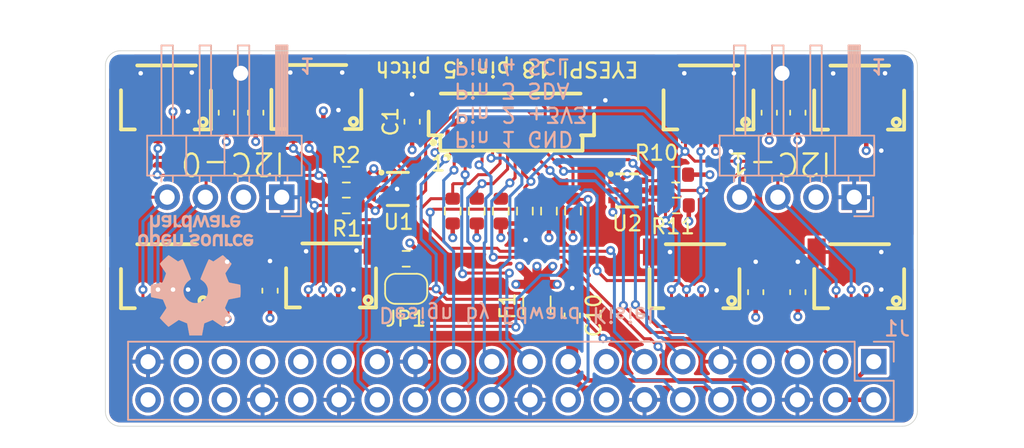
<source format=kicad_pcb>
(kicad_pcb (version 20240108) (generator "pcbnew") (generator_version "8.0")
  (title_block (title "EYESPI-Dual_I2C"))
  (layers (0 "F.Cu" signal) (1 "In1.Cu" power) (2 "In2.Cu" power) (31 "B.Cu" signal) (34 "B.Paste" user) (35 "F.Paste" user) (36 "B.SilkS" user "B.Silkscreen") (37 "F.SilkS" user "F.Silkscreen") (38 "B.Mask" user) (39 "F.Mask" user) (44 "Edge.Cuts" user))
  (net 0 "")
  (net 1 "GND")
  (net 2 "+3V3")
  (net 3 "/RESET")
  (net 4 "/GPIO4_B3")
  (net 5 "/GPIO4_B5")
  (net 6 "/I2C_0_SCL")
  (net 7 "/GPIO3_C7")
  (net 8 "/SPI_0_SCLK")
  (net 9 "/TFT_DC")
  (net 10 "/SD_CS")
  (net 11 "/SPI_0_MOSI")
  (net 12 "/GPIO1_B7")
  (net 13 "/MEM_CS")
  (net 14 "/GPIO0_D0")
  (net 15 "/GPIO1_B2")
  (net 16 "/SPI_0_MISO")
  (net 17 "+5V")
  (net 18 "/ADC.AIN5")
  (net 19 "/BUSY")
  (net 20 "/TOUCH_CS")
  (net 21 "/I2C_0_SDA")
  (net 22 "/BACKLIGHT")
  (net 23 "/GPIO4_B4")
  (net 24 "/IRQ")
  (net 25 "/I2C_1_SCL")
  (net 26 "/GPIO1_B6")
  (net 27 "/SPI_0_CS0")
  (net 28 "+1V8")
  (net 29 "/I2C_1_SDA")
  (net 30 "/GPIO3_D0")
  (net 31 "/ADC.AIN4")
  (net 32 "Net-(JP1-A)")
  (net 33 "/VCC")
  (footprint "easyeda2kicad:SC-70-6_L2.1-W1.3-P0.65-LS2.1-BR" (layer "F.Cu") (at 59.7 64.3 180)
    (property "Reference" "U2")
    (property "Value" "LTC4311CSC6#TRPBF")
  )
  (footprint "Resistor_SMD:R_0603_1608Metric" (layer "F.Cu") (at 56.1 65.675 90)
    (property "Reference" "R3" (hide yes))
    (property "Value" "4.7K")
  )
  (footprint "Capacitor_SMD:C_0603_1608Metric" (layer "F.Cu") (at 71.05 59.125 90)
    (property "Reference" "C7" (hide yes))
    (property "Value" "1uF")
  )
  (footprint "Capacitor_SMD:C_0603_1608Metric" (layer "F.Cu") (at 45.4 59.725 90)
    (property "Reference" "C1")
    (property "Value" "1uF")
  )
  (footprint "easyeda2kicad:CONN-SMD_4P-P1.00_SM04B-SRSS-TB-LF-SN" (layer "F.Cu") (at 29 58.44 180)
    (property "Reference" "J3" (hide yes))
    (property "Value" "SM04B-SRSS-TB(LF)(SN)(P)")
  )
  (footprint "Resistor_SMD:R_0603_1608Metric" (layer "F.Cu") (at 41.025 65.3 180)
    (property "Reference" "R2")
    (property "Value" "3.3K")
  )
  (footprint "easyeda2kicad:SC-70-6_L2.1-W1.3-P0.65-LS2.1-BR" (layer "F.Cu") (at 44.45 64.2 180)
    (property "Reference" "U1")
    (property "Value" "LTC4311CSC6#TRPBF")
  )
  (footprint "easyeda2kicad:CONN-SMD_4P-P1.00_SM04B-SRSS-TB-LF-SN" (layer "F.Cu") (at 39 58.41 180)
    (property "Reference" "J5" (hide yes))
    (property "Value" "SM04B-SRSS-TB(LF)(SN)(P)")
  )
  (footprint "Resistor_SMD:R_0603_1608Metric" (layer "F.Cu") (at 45.005 68.85 180)
    (property "Reference" "R5" (hide yes))
    (property "Value" "4.7K")
  )
  (footprint "easyeda2kicad:CONN-SMD_4P-P1.00_SM04B-SRSS-TB-LF-SN" (layer "F.Cu") (at 75.1 70.34 180)
    (property "Reference" "J12" (hide yes))
    (property "Value" "SM04B-SRSS-TB(LF)(SN)(P)")
  )
  (footprint "Resistor_SMD:R_0603_1608Metric" (layer "F.Cu") (at 54.5 65.675 90)
    (property "Reference" "R4" (hide yes))
    (property "Value" "4.7K")
  )
  (footprint "easyeda2kicad:CONN-SMD_4P-P1.00_SM04B-SRSS-TB-LF-SN" (layer "F.Cu") (at 39.98 70.29 180)
    (property "Reference" "J7" (hide yes))
    (property "Value" "SM04B-SRSS-TB(LF)(SN)(P)")
  )
  (footprint "Capacitor_SMD:C_0603_1608Metric" (layer "F.Cu") (at 56.05 72.625 -90)
    (property "Reference" "C10")
    (property "Value" "10uF")
  )
  (footprint "easyeda2kicad:CONN-SMD_4P-P1.00_SM04B-SRSS-TB-LF-SN" (layer "F.Cu") (at 65.08 58.44 180)
    (property "Reference" "J8" (hide yes))
    (property "Value" "SM04B-SRSS-TB(LF)(SN)(P)")
  )
  (footprint "Resistor_SMD:R_0603_1608Metric" (layer "F.Cu") (at 51.3 65.675 90)
    (property "Reference" "R8" (hide yes))
    (property "Value" "4.7K")
  )
  (footprint "Capacitor_SMD:C_0603_1608Metric" (layer "F.Cu") (at 68.25 71.075 90)
    (property "Reference" "C8" (hide yes))
    (property "Value" "1uF")
  )
  (footprint "Capacitor_SMD:C_0603_1608Metric" (layer "F.Cu") (at 69.15 59.125 90)
    (property "Reference" "C6" (hide yes))
    (property "Value" "1uF")
  )
  (footprint "Capacitor_SMD:C_0603_1608Metric" (layer "F.Cu") (at 33.1 71.025 90)
    (property "Reference" "C3" (hide yes))
    (property "Value" "1uF")
  )
  (footprint "Resistor_SMD:R_0603_1608Metric" (layer "F.Cu") (at 49.7 65.675 90)
    (property "Reference" "R7" (hide yes))
    (property "Value" "4.7K")
  )
  (footprint "Resistor_SMD:R_0603_1608Metric" (layer "F.Cu") (at 62.925 63.25 180)
    (property "Reference" "R10")
    (property "Value" "3.3K")
  )
  (footprint "easyeda2kicad:CONN-SMD_4P-P1.00_SM04B-SRSS-TB-LF-SN" (layer "F.Cu") (at 64.15 70.34 180)
    (property "Reference" "J11" (hide yes))
    (property "Value" "SM04B-SRSS-TB(LF)(SN)(P)")
  )
  (footprint "Capacitor_SMD:C_0603_1608Metric" (layer "F.Cu") (at 71.05 71.075 90)
    (property "Reference" "C9" (hide yes))
    (property "Value" "1uF")
  )
  (footprint "Resistor_SMD:R_0603_1608Metric" (layer "F.Cu") (at 62.975 65.3 180)
    (property "Reference" "R11")
    (property "Value" "3.3K")
  )
  (footprint "Capacitor_SMD:C_0603_1608Metric" (layer "F.Cu") (at 33.05 59.125 90)
    (property "Reference" "C5" (hide yes))
    (property "Value" "1uF")
  )
  (footprint "Resistor_SMD:R_0603_1608Metric" (layer "F.Cu") (at 48.1 65.675 90)
    (property "Reference" "R6" (hide yes))
    (property "Value" "4.7K")
  )
  (footprint "easyeda2kicad:FFC-SMD_18P-P0.50_FH34SRJ-18S-0.5SH" (layer "F.Cu") (at 52 59.5 180)
    (property "Reference" "J2" (hide yes))
    (property "Value" "FH34SRJ-18S-0.5SH(50)")
  )
  (footprint "easyeda2kicad:CONN-SMD_4P-P1.00_SM04B-SRSS-TB-LF-SN" (layer "F.Cu") (at 29 70.34 180)
    (property "Reference" "J6" (hide yes))
    (property "Value" "SM04B-SRSS-TB(LF)(SN)(P)")
  )
  (footprint "easyeda2kicad:CONN-SMD_4P-P1.00_SM04B-SRSS-TB-LF-SN" (layer "F.Cu") (at 75.1 58.45 180)
    (property "Reference" "J10" (hide yes))
    (property "Value" "SM04B-SRSS-TB(LF)(SN)(P)")
  )
  (footprint "Resistor_SMD:R_0603_1608Metric" (layer "F.Cu") (at 52.9 65.675 90)
    (property "Reference" "R9" (hide yes))
    (property "Value" "4.7K")
  )
  (footprint "Capacitor_SMD:C_0603_1608Metric" (layer "F.Cu") (at 35 59.125 90)
    (property "Reference" "C4" (hide yes))
    (property "Value" "1uF")
  )
  (footprint "Fuse:Fuse_1206_3216Metric" (layer "F.Cu") (at 53.7 71.95 -90)
    (property "Reference" "F1")
    (property "Value" "750mA")
  )
  (footprint "Jumper:SolderJumper-2_P1.3mm_Bridged2Bar_RoundedPad1.0x1.5mm" (layer "F.Cu") (at 45.005 70.85)
    (property "Reference" "JP1")
    (property "Value" "Jumper")
  )
  (footprint "Capacitor_SMD:C_0603_1608Metric" (layer "F.Cu") (at 35.95 70.975 90)
    (property "Reference" "C2" (hide yes))
    (property "Value" "1uF")
  )
  (footprint "Resistor_SMD:R_0603_1608Metric" (layer "F.Cu") (at 41.025 63.25 180)
    (property "Reference" "R1")
    (property "Value" "3.3K")
  )
  (footprint "Connector_PinHeader_2.54mm:PinHeader_1x04_P2.54mm_Horizontal" (layer "B.Cu") (at 36.73 64.75 90)
    (property "Reference" "J4" (hide yes))
    (property "Value" "Conn_01x04" (hide yes))
  )
  (footprint "Connector_PinSocket_2.54mm:PinSocket_2x20_P2.54mm_Vertical" (layer "B.Cu") (at 76.1 75.7 90)
    (property "Reference" "J1")
    (property "Value" "GPIO 40 Pin" (hide yes))
  )
  (footprint "Connector_PinHeader_2.54mm:PinHeader_1x04_P2.54mm_Horizontal" (layer "B.Cu") (at 74.8 64.75 90)
    (property "Reference" "J9" (hide yes))
    (property "Value" "Conn_01x04" (hide yes))
  )
  (footprint "Symbol:OSHW-Logo_7.5x8mm_SilkScreen" (layer "B.Cu") (at 31 69.95)
    (property "Reference" "REF**" (hide yes))
    (property "Value" "OSHW-Logo_7.5x8mm_SilkScreen" (hide yes))
  )
  (gr_line (start 26 80) (end 78 80) (stroke (width 0.05)) (layer "Edge.Cuts"))
  (gr_arc (start 79 79) (mid 78.707107 79.707107) (end 78 80) (stroke (width 0.05)) (layer "Edge.Cuts"))
  (gr_arc (start 78 55) (mid 78.707107 55.292893) (end 79 56) (stroke (width 0.05)) (layer "Edge.Cuts"))
  (gr_line (start 78 55) (end 26 55) (stroke (width 0.05)) (layer "Edge.Cuts"))
  (gr_arc (start 26 80) (mid 25.292893 79.707107) (end 25 79) (stroke (width 0.05)) (layer "Edge.Cuts"))
  (gr_line (start 79 79) (end 79 56) (stroke (width 0.05)) (layer "Edge.Cuts"))
  (gr_line (start 25 56) (end 25 79) (stroke (width 0.05)) (layer "Edge.Cuts"))
  (gr_arc (start 25 56) (mid 25.292893 55.292893) (end 26 55) (stroke (width 0.05)) (layer "Edge.Cuts"))
  (gr_text "1" (at 75.85 55.45 180) (layer "B.SilkS") (effects (font (size 1 1) (thickness 0.16)) (justify left bottom mirror)))
  (gr_text "Design by Edward Kisiel" (at 43.1 72 180) (layer "B.SilkS") (effects (font (size 1 1)) (justify left bottom mirror)))
  (gr_text "1" (at 37.85 55.4 180) (layer "B.SilkS") (effects (font (size 1 1) (thickness 0.16)) (justify left bottom mirror)))
  (gr_text "Pin 1 GND\nPin 2 +3V3\nPin 3 SDA\nPin 4 SCL" (at 48.1 55.45 180) (layer "B.SilkS") (effects (font (size 1 1)) (justify left bottom mirror)))
  (gr_text "EYESPI 18 pin .5 pitch" (at 60.55 55.65 180) (layer "F.SilkS") (effects (font (size 1 1) (thickness 0.16)) (justify left bottom)))
  (gr_text "I2C-1" (at 73.4 61.65 180) (layer "F.SilkS") (effects (font (size 1.5 1.5) (thickness 0.16)) (justify left bottom)))
  (gr_text "1" (at 46.55 63.1 0) (layer "F.SilkS") (effects (font (size 1 1) (thickness 0.16)) (justify left bottom)))
  (gr_text "I2C-0" (at 37.05 61.65 180) (layer "F.SilkS") (effects (font (size 1.5 1.5) (thickness 0.16)) (justify left bottom)))
  (segment (start 41.48 72.23) (end 41.48 70.87) (width 0.3) (layer "F.Cu") (net 1))
  (segment (start 40.77 56.47) (end 40.75 56.45) (width 0.3) (layer "F.Cu") (net 1))
  (segment (start 68.25 70.3) (end 68.25 69.05) (width 0.3) (layer "F.Cu") (net 1))
  (segment (start 43.5 64.2) (end 44.4 64.2) (width 0.3) (layer "F.Cu") (net 1))
  (segment (start 31.8 57.1) (end 33.05 58.35) (width 0.3) (layer "F.Cu") (net 1))
  (segment (start 57.2 58.3) (end 58.25 58.3) (width 0.3) (layer "F.Cu") (net 1))
  (segment (start 37.18 68.35) (end 38.35 68.35) (width 0.3) (layer "F.Cu") (net 1))
  (segment (start 71.05 69.05) (end 71.65 69.05) (width 0.3) (layer "F.Cu") (net 1))
  (segment (start 62.28 56.5) (end 63.5 56.5) (width 0.3) (layer "F.Cu") (net 1))
  (segment (start 76.86 56.51) (end 76.85 56.5) (width 0.3) (layer "F.Cu") (net 1))
  (segment (start 69.15 58.35) (end 69.15 57.77) (width 0.3) (layer "F.Cu") (net 1))
  (segment (start 76.6 72.28) (end 76.6 70.9) (width 0.3) (layer "F.Cu") (net 1))
  (segment (start 68.25 69.05) (end 67.6 69.05) (width 0.3) (layer "F.Cu") (net 1))
  (segment (start 33.1 70.25) (end 33.1 69.05) (width 0.3) (layer "F.Cu") (net 1))
  (segment (start 41.48 71.05) (end 41.5 71.03) (width 0.3) (layer "F.Cu") (net 1))
  (segment (start 76.6 60.39) (end 76.6 61.65) (width 0.3) (layer "F.Cu") (net 1))
  (segment (start 26.2 56.5) (end 27.35 56.5) (width 0.3) (layer "F.Cu") (net 1))
  (segment (start 46.8 58.3) (end 45.8 58.3) (width 0.3) (layer "F.Cu") (net 1))
  (segment (start 42.78 68.35) (end 41.75 68.35) (width 0.3) (layer "F.Cu") (net 1))
  (segment (start 71.05 70.3) (end 71.05 69.05) (width 0.3) (layer "F.Cu") (net 1))
  (segment (start 41.75 68.35) (end 41.7 68.3) (width 0.3) (layer "F.Cu") (net 1))
  (segment (start 67.88 56.5) (end 66.8 56.5) (width 0.3) (layer "F.Cu") (net 1))
  (segment (start 36.2 56.47) (end 37.28 56.47) (width 0.3) (layer "F.Cu") (net 1))
  (segment (start 35 58.35) (end 35 57.67) (width 0.3) (layer "F.Cu") (net 1))
  (segment (start 45.4 58.95) (end 45.4 57.9) (width 0.3) (layer "F.Cu") (net 1))
  (segment (start 41.8 56.47) (end 40.77 56.47) (width 0.3) (layer "F.Cu") (net 1))
  (segment (start 77.9 56.51) (end 76.86 56.51) (width 0.3) (layer "F.Cu") (net 1))
  (segment (start 31.8 56.5) (end 30.8 56.5) (width 0.3) (layer "F.Cu") (net 1))
  (segment (start 37.28 56.47) (end 37.3 56.45) (width 0.3) (layer "F.Cu") (net 1))
  (segment (start 71.05 58.35) (end 71.05 57.76) (width 0.3) (layer "F.Cu") (net 1))
  (segment (start 73.4 56.51) (end 72.3 56.51) (width 0.3) (layer "F.Cu") (net 1))
  (segment (start 35 57.67) (end 36.2 56.47) (width 0.3) (layer "F.Cu") (net 1))
  (segment (start 48.75 60.7) (end 48.75 59.6) (width 0.3) (layer "F.Cu") (net 1))
  (segment (start 71.05 57.76) (end 72.3 56.51) (width 0.3) (layer "F.Cu") (net 1))
  (segment (start 66.58 61.83) (end 66.6 61.85) (width 0.3) (layer "F.Cu") (net 1))
  (segment (start 60.65 64.3) (end 59.65 64.3) (width 0.3) (layer "F.Cu") (net 1))
  (segment (start 77.9 68.4) (end 76.6 68.4) (width 0.3) (layer "F.Cu") (net 1))
  (segment (start 35.95 70.2) (end 35.95 69) (width 0.3) (layer "F.Cu") (net 1))
  (segment (start 45.4 64.2) (end 44.4 64.2) (width 0.3) (layer "F.Cu") (net 1))
  (segment (start 69.15 57.77) (end 67.88 56.5) (width 0.3) (layer "F.Cu") (net 1))
  (segment (start 58.75 64.3) (end 59.65 64.3) (width 0.3) (layer "F.Cu") (net 1))
  (segment (start 67.6 69.05) (end 66.95 68.4) (width 0.3) (layer "F.Cu") (net 1))
  (segment (start 45.8 58.3) (end 45.4 57.9) (width 0.3) (layer "F.Cu") (net 1))
  (segment (start 61.35 68.4) (end 62.55 68.4) (width 0.3) (layer "F.Cu") (net 1))
  (segment (start 30.5 72.28) (end 30.5 70.9) (width 0.3) (layer "F.Cu") (net 1))
  (segment (start 40.5 60.35) (end 40.5 58.95) (width 0.3) (layer "F.Cu") (net 1))
  (segment (start 30.8 56.5) (end 30.75 56.45) (width 0.3) (layer "F.Cu") (net 1))
  (segment (start 30.5 60.38) (end 30.5 59.05) (width 0.3) (layer "F.Cu") (net 1))
  (segment (start 65.65 72.28) (end 65.65 70.95) (width 0.3) (layer "F.Cu") (net 1))
  (segment (start 66.58 60.38) (end 66.58 61.68) (width 0.3) (layer "F.Cu") (net 1))
  (segment (start 71.65 69.05) (end 72.3 68.4) (width 0.3) (layer "F.Cu") (net 1))
  (segment (start 56.05 71.85) (end 56.05 70.8) (width 0.6) (layer "F.Cu") (net 1))
  (via (at 33.1 69.05) (size 0.6) (drill 0.3) (layers "F.Cu" "B.Cu") (net 1))
  (via (at 41.7 68.3) (size 0.6) (drill 0.3) (layers "F.Cu" "B.Cu") (net 1))
  (via (at 44.4 64.2) (size 0.6) (drill 0.3) (layers "F.Cu" "B.Cu") (net 1))
  (via (at 70 56.5) (size 1.7) (drill 1) (layers "F.Cu" "B.Cu") (net 1))
  (via (at 76.6 61.65) (size 0.6) (drill 0.3) (layers "F.Cu" "B.Cu") (net 1))
  (via (at 56.05 70.8) (size 0.6) (drill 0.3) (layers "F.Cu" "B.Cu") (net 1))
  (via (at 37.3 56.45) (size 0.6) (drill 0.3) (layers "F.Cu" "B.Cu") (net 1))
  (via (at 41.5 70.9) (size 0.6) (drill 0.3) (layers "F.Cu" "B.Cu") (net 1))
  (via (at 45.4 57.9) (size 0.6) (drill 0.3) (layers "F.Cu" "B.Cu") (net 1))
  (via (at 30.5 59.05) (size 0.6) (drill 0.3) (layers "F.Cu" "B.Cu") (net 1))
  (via (at 40.5 58.95) (size 0.6) (drill 0.3) (layers "F.Cu" "B.Cu") (net 1))
  (via (at 71.05 69.05) (size 0.6) (drill 0.3) (layers "F.Cu" "B.Cu") (net 1))
  (via (at 76.6 70.9) (size 0.6) (drill 0.3) (layers "F.Cu" "B.Cu") (net 1))
  (via (at 63.5 56.5) (size 0.6) (drill 0.3) (layers "F.Cu" "B.Cu") (net 1))
  (via (at 48.75 59.6) (size 0.6) (drill 0.3) (layers "F.Cu" "B.Cu") (net 1))
  (via (at 58.25 58.3) (size 0.6) (drill 0.3) (layers "F.Cu" "B.Cu") (net 1))
  (via (at 52.95 67.6) (size 0.6) (drill 0.3) (layers "F.Cu" "B.Cu") (net 1))
  (via (at 66.8 56.5) (size 0.6) (drill 0.3) (layers "F.Cu" "B.Cu") (net 1))
  (via (at 62.55 68.4) (size 0.6) (drill 0.3) (layers "F.Cu" "B.Cu") (net 1))
  (via (at 76.6 68.4) (size 0.6) (drill 0.3) (layers "F.Cu" "B.Cu") (net 1))
  (via (at 40.75 56.45) (size 0.6) (drill 0.3) (layers "F.Cu" "B.Cu") (net 1))
  (via (at 34 56.5) (size 1.7) (drill 1) (layers "F.Cu" "B.Cu") (net 1))
  (via (at 66.6 61.7) (size 0.6) (drill 0.3) (layers "F.Cu" "B.Cu") (net 1))
  (via (at 73.4 56.51) (size 0.6) (drill 0.3) (layers "F.Cu" "B.Cu") (net 1))
  (via (at 59.65 64.3) (size 0.6) (drill 0.3) (layers "F.Cu" "B.Cu") (net 1))
  (via (at 35.95 69) (size 0.6) (drill 0.3) (layers "F.Cu" "B.Cu") (net 1))
  (via (at 76.85 56.5) (size 0.6) (drill 0.3) (layers "F.Cu" "B.Cu") (net 1))
  (via (at 68.25 69.05) (size 0.6) (drill 0.3) (layers "F.Cu" "B.Cu") (net 1))
  (via (at 27.35 56.5) (size 0.6) (drill 0.3) (layers "F.Cu" "B.Cu") (net 1))
  (via (at 30.75 56.45) (size 0.6) (drill 0.3) (layers "F.Cu" "B.Cu") (net 1))
  (via (at 38.35 68.35) (size 0.6) (drill 0.3) (layers "F.Cu" "B.Cu") (net 1))
  (via (at 30.5 70.9) (size 0.6) (drill 0.3) (layers "F.Cu" "B.Cu") (net 1))
  (via (at 65.65 70.95) (size 0.6) (drill 0.3) (layers "F.Cu" "B.Cu") (net 1))
  (segment (start 51.3 66.5) (end 52.9 66.5) (width 0.3) (layer "F.Cu") (net 2))
  (segment (start 33.1 71.8) (end 33.1 72.85) (width 0.3) (layer "F.Cu") (net 2))
  (segment (start 47.75 60.7) (end 47.75 61) (width 0.3) (layer "F.Cu") (net 2))
  (segment (start 54.5 66.5) (end 54.5 67.45) (width 0.3) (layer "F.Cu") (net 2))
  (segment (start 33.05 59.9) (end 33.05 61.05) (width 0.3) (layer "F.Cu") (net 2))
  (segment (start 71.05 59.9) (end 71.05 60.95) (width 0.3) (layer "F.Cu") (net 2))
  (segment (start 43.5 63.5) (end 42.85 62.85) (width 0.3) (layer "F.Cu") (net 2))
  (segment (start 53.7 70.55) (end 53.7 69.35) (width 0.6) (layer "F.Cu") (net 2))
  (segment (start 59.25 63.65) (end 59.7 63.2) (width 0.3) (layer "F.Cu") (net 2))
  (segment (start 69.15 59.9) (end 69.15 60.95) (width 0.3) (layer "F.Cu") (net 2))
  (segment (start 42.6 65.3) (end 42.95 65.65) (width 0.3) (layer "F.Cu") (net 2))
  (segment (start 40.48 72.23) (end 40.48 70.87) (width 0.3) (layer "F.Cu") (net 2))
  (segment (start 52.3 70.55) (end 53.7 70.55) (width 0.6) (layer "F.Cu") (net 2))
  (segment (start 35.95 71.75) (end 35.95 72.8) (width 0.3) (layer "F.Cu") (net 2))
  (segment (start 71.05 71.85) (end 71.05 72.7) (width 0.3) (layer "F.Cu") (net 2))
  (segment (start 52.9 66.5) (end 54.5 66.5) (width 0.3) (layer "F.Cu") (net 2))
  (segment (start 53.7 70.55) (end 55.05 70.55) (width 0.6) (layer "F.Cu") (net 2))
  (segment (start 45.4 60.5) (end 45.4 61.6) (width 0.3) (layer "F.Cu") (net 2))
  (segment (start 58.75 64.95) (end 58.75 65.75) (width 0.3) (layer "F.Cu") (net 2))
  (segment (start 45.83 68.38) (end 45.25 67.8) (width 0.3) (layer "F.Cu") (net 2))
  (segment (start 45.83 68.85) (end 45.83 68.38) (width 0.3) (layer "F.Cu") (net 2))
  (segment (start 63.75 63.25) (end 65.2 63.25) (width 0.3) (layer "F.Cu") (net 2))
  (segment (start 63.8 65.3) (end 63.8 66.35) (width 0.3) (layer "F.Cu") (net 2))
  (segment (start 65.58 60.38) (end 65.58 61.68) (width 0.3) (layer "F.Cu") (net 2))
  (segment (start 75.6 60.39) (end 75.6 61.7) (width 0.3) (layer "F.Cu") (net 2))
  (segment (start 64.65 72.28) (end 64.65 70.9) (width 0.3) (layer "F.Cu") (net 2))
  (segment (start 46.930721 61.780721) (end 46.918671 61.780721) (width 0.3) (layer "F.Cu") (net 2))
  (segment (start 56.1 66.5) (end 56.1 67.45) (width 0.3) (layer "F.Cu") (net 2))
  (segment (start 53.7 70.4) (end 54.75 69.35) (width 0.6) (layer "F.Cu") (net 2))
  (segment (start 41.85 65.3) (end 42.6 65.3) (width 0.3) (layer "F.Cu") (net 2))
  (segment (start 68.25 71.85) (end 68.25 72.75) (width 0.3) (layer "F.Cu") (net 2))
  (segment (start 29.5 72.28) (end 29.5 70.9) (width 0.3) (layer "F.Cu") (net 2))
  (segment (start 48.1 66.5) (end 48.1 67.45) (width 0.3) (layer "F.Cu") (net 2))
  (segment (start 29.5 60.38) (end 29.5 59.05) (width 0.3) (layer "F.Cu") (net 2))
  (segment (start 35 59.9) (end 35 61.05) (width 0.3) (layer "F.Cu") (net 2))
  (segment (start 51.3 66.5) (end 51.3 67.45) (width 0.3) (layer "F.Cu") (net 2))
  (segment (start 43.5 64.85) (end 43.5 65.1) (width 0.3) (layer "F.Cu") (net 2))
  (segment (start 58.75 63.65) (end 59.25 63.65) (width 0.3) (layer "F.Cu") (net 2))
  (segment (start 49.7 66.5) (end 49.7 67.45) (width 0.3) (layer "F.Cu") (net 2))
  (segment (start 75.6 72.28) (end 75.6 70.9) (width 0.3) (layer "F.Cu") (net 2))
  (segment (start 41.85 63.25) (end 42.45 63.25) (width 0.3) (layer "F.Cu") (net 2))
  (segment (start 46.95 61.8) (end 46.930721 61.780721) (width 0.3) (layer "F.Cu") (net 2))
  (segment (start 43.5 65.1) (end 42.95 65.65) (width 0.3) (layer "F.Cu") (net 2))
  (segment (start 39.5 60.35) (end 39.5 59) (width 0.3) (layer "F.Cu") (net 2))
  (segment (start 47.75 61) (end 46.95 61.8) (width 0.3) (layer "F.Cu") (net 2))
  (segment (start 42.45 63.25) (end 42.85 62.85) (width 0.3) (layer "F.Cu") (net 2))
  (segment (start 53.6 70.4) (end 52.55 69.35) (width 0.6) (layer "F.Cu") (net 2))
  (via (at 69.15 60.95) (size 0.6) (drill 0.3) (layers "F.Cu" "B.Cu") (net 2))
  (via (at 65.2 63.25) (size 0.6) (drill 0.3) (layers "F.Cu" "B.Cu") (net 2))
  (via (at 58.75 65.75) (size 0.6) (drill 0.3) (layers "F.Cu" "B.Cu") (net 2))
  (via (at 71.05 72.7) (size 0.6) (drill 0.3) (layers "F.Cu" "B.Cu") (net 2))
  (via (at 29.5 59.05) (size 0.6) (drill 0.3) (layers "F.Cu" "B.Cu") (net 2))
  (via (at 45.25 67.8) (size 0.6) (drill 0.3) (layers "F.Cu" "B.Cu") (net 2))
  (via (at 49.7 67.45) (size 0.6) (drill 0.3) (layers "F.Cu" "B.Cu") (net 2))
  (via (at 75.6 70.9) (size 0.6) (drill 0.3) (layers "F.Cu" "B.Cu") (net 2))
  (via (at 42.85 62.85) (size 0.6) (drill 0.3) (layers "F.Cu" "B.Cu") (net 2))
  (via (at 45.4 61.6) (size 0.6) (drill 0.3) (layers "F.Cu" "B.Cu") (net 2))
  (via (at 33.05 61.05) (size 0.6) (drill 0.3) (layers "F.Cu" "B.Cu") (net 2))
  (via (at 63.8 66.35) (size 0.6) (drill 0.3) (layers "F.Cu" "B.Cu") (net 2))
  (via (at 71.05 60.95) (size 0.6) (drill 0.3) (layers "F.Cu" "B.Cu") (net 2))
  (via (at 56.1 67.45) (size 0.6) (drill 0.3) (layers "F.Cu" "B.Cu") (net 2))
  (via (at 52.55 69.35) (size 0.6) (drill 0.3) (layers "F.Cu" "B.Cu") (net 2))
  (via (at 29.5 70.9) (size 0.6) (drill 0.3) (layers "F.Cu" "B.Cu") (net 2))
  (via (at 54.5 67.45) (size 0.6) (drill 0.3) (layers "F.Cu" "B.Cu") (net 2))
  (via (at 64.65 70.9) (size 0.6) (drill 0.3) (layers "F.Cu" "B.Cu") (net 2))
  (via (at 65.58 61.7) (size 0.6) (drill 0.3) (layers "F.Cu" "B.Cu") (net 2))
  (via (at 35.95 72.8) (size 0.6) (drill 0.3) (layers "F.Cu" "B.Cu") (net 2))
  (via (at 33.1 72.85) (size 0.6) (drill 0.3) (layers "F.Cu" "B.Cu") (net 2))
  (via (at 54.75 69.35) (size 0.6) (drill 0.3) (layers "F.Cu" "B.Cu") (net 2))
  (via (at 68.25 72.75) (size 0.6) (drill 0.3) (layers "F.Cu" "B.Cu") (net 2))
  (via (at 42.95 65.65) (size 0.6) (drill 0.3) (layers "F.Cu" "B.Cu") (net 2))
  (via (at 59.7 63.2) (size 0.6) (drill 0.3) (layers "F.Cu" "B.Cu") (net 2))
  (via (at 35 61.05) (size 0.6) (drill 0.3) (layers "F.Cu" "B.Cu") (net 2))
  (via (at 53.7 69.35) (size 0.6) (drill 0.3) (layers "F.Cu" "B.Cu") (net 2))
  (via (at 52.3 70.55) (size 0.6) (drill 0.3) (layers "F.Cu" "B.Cu") (net 2))
  (via (at 48.1 67.45) (size 0.6) (drill 0.3) (layers "F.Cu" "B.Cu") (net 2))
  (via (at 51.3 67.45) (size 0.6) (drill 0.3) (layers "F.Cu" "B.Cu") (net 2))
  (via (at 39.5 59) (size 0.6) (drill 0.3) (layers "F.Cu" "B.Cu") (net 2))
  (via (at 75.6 61.65) (size 0.6) (drill 0.3) (layers "F.Cu" "B.Cu") (net 2))
  (via (at 40.5 70.9) (size 0.6) (drill 0.3) (layers "F.Cu" "B.Cu") (net 2))
  (via (at 46.918671 61.780721) (size 0.6) (drill 0.3) (layers "F.Cu" "B.Cu") (net 2))
  (via (at 55.05 70.55) (size 0.6) (drill 0.3) (layers "F.Cu" "B.Cu") (net 2))
  (segment (start 49.201471 63.85) (end 48.15 63.85) (width 0.2) (layer "F.Cu") (net 3))
  (segment (start 51.248529 68.35) (end 51.048529 68.15) (width 0.2) (layer "F.Cu") (net 3))
  (segment (start 48.1 63.9) (end 48.15 63.85) (width 0.2) (layer "F.Cu") (net 3))
  (segment (start 48.1 64.85) (end 48.1 63.9) (width 0.2) (layer "F.Cu") (net 3))
  (segment (start 50.5 63.25) (end 49.801471 63.25) (width 0.2) (layer "F.Cu") (net 3))
  (segment (start 46 65.501471) (end 46.651471 64.85) (width 0.2) (layer "F.Cu") (net 3))
  (segment (start 46.651471 64.85) (end 48.1 64.85) (width 0.2) (layer "F.Cu") (net 3))
  (segment (start 58.55 68.35) (end 51.248529 68.35) (width 0.2) (layer "F.Cu") (net 3))
  (segment (start 49.801471 63.25) (end 49.201471 63.85) (width 0.2) (layer "F.Cu") (net 3))
  (segment (start 47.951471 68.15) (end 46 66.198529) (width 0.2) (layer "F.Cu") (net 3))
  (segment (start 58.6 68.3) (end 58.55 68.35) (width 0.2) (layer "F.Cu") (net 3))
  (segment (start 46 66.198529) (end 46 65.501471) (width 0.2) (layer "F.Cu") (net 3))
  (segment (start 51.048529 68.15) (end 47.951471 68.15) (width 0.2) (layer "F.Cu") (net 3))
  (segment (start 51.25 62.5) (end 50.5 63.25) (width 0.2) (layer "F.Cu") (net 3))
  (segment (start 51.25 60.7) (end 51.25 62.5) (width 0.2) (layer "F.Cu") (net 3))
  (via (at 58.6 68.3) (size 0.6) (drill 0.3) (layers "F.Cu" "B.Cu") (net 3))
  (segment (start 58.6 68.3) (end 58.851769 68.551769) (width 0.2) (layer "B.Cu") (net 3))
  (segment (start 58.851769 68.551769) (end 58.851769 73.691769) (width 0.2) (layer "B.Cu") (net 3))
  (segment (start 58.851769 73.691769) (end 60.86 75.7) (width 0.2) (layer "B.Cu") (net 3))
  (segment (start 38.48 72.23) (end 38.48 70.92) (width 0.2) (layer "F.Cu") (net 6))
  (segment (start 59.5 71.998529) (end 59.5 71.95) (width 0.2) (layer "F.Cu") (net 6))
  (segment (start 53.75 60.7) (end 53.75 59.65) (width 0.2) (layer "F.Cu") (net 6))
  (segment (start 28.1475 62.0025) (end 27.5 61.355) (width 0.2) (layer "F.Cu") (net 6))
  (segment (start 35.65 61.5) (end 35.05 62.1) (width 0.2) (layer "F.Cu") (net 6))
  (segment (start 40.2 65.3) (end 41.15 66.25) (width 0.2) (layer "F.Cu") (net 6))
  (segment (start 27.5 61.355) (end 27.5 60.38) (width 0.2) (layer "F.Cu") (net 6))
  (segment (start 53.75 62.152744) (end 53.75 60.7) (width 0.2) (layer "F.Cu") (net 6))
  (segment (start 35.05 62.1) (end 28.245 62.1) (width 0.2) (layer "F.Cu") (net 6))
  (segment (start 44 66.25) (end 45.4 64.85) (width 0.2) (layer "F.Cu") (net 6))
  (segment (start 46.3 64.3) (end 45.75 64.85) (width 0.2) (layer "F.Cu") (net 6))
  (segment (start 59.454984 71.95) (end 59.451769 71.953215) (width 0.2) (layer "F.Cu") (net 6))
  (segment (start 27.85 62.45) (end 27.85 64.55) (width 0.2) (layer "F.Cu") (net 6))
  (segment (start 59.5 71.95) (end 59.454984 71.95) (width 0.2) (layer "F.Cu") (net 6))
  (segment (start 27.85 64.55) (end 28.05 64.75) (width 0.2) (layer "F.Cu") (net 6))
  (segment (start 46.3 61.1) (end 46.3 64.3) (width 0.2) (layer "F.Cu") (net 6))
  (segment (start 37.5 61.5) (end 35.65 61.5) (width 0.2) (layer "F.Cu") (net 6))
  (segment (start 48.4 59) (end 46.3 61.1) (width 0.2) (layer "F.Cu") (net 6))
  (segment (start 69.075 73.755) (end 61.256471 73.755) (width 0.2) (layer "F.Cu") (net 6))
  (segment (start 53.75 59.65) (end 53.1 59) (width 0.2) (layer "F.Cu") (net 6))
  (segment (start 38.9 65.3) (end 40.2 65.3) (width 0.2) (layer "F.Cu") (net 6))
  (segment (start 71.02 75.7) (end 69.075 73.755) (width 0.2) (layer "F.Cu") (net 6))
  (segment (start 41.15 66.25) (end 44 66.25) (width 0.2) (layer "F.Cu") (net 6))
  (segment (start 54.573628 62.976372) (end 53.75 62.152744) (width 0.2) (layer "F.Cu") (net 6))
  (segment (start 53.1 59) (end 48.4 59) (width 0.2) (layer "F.Cu") (net 6))
  (segment (start 45.75 64.85) (end 45.4 64.85) (width 0.2) (layer "F.Cu") (net 6))
  (segment (start 37.5 61.5) (end 37.5 60.35) (width 0.2) (layer "F.Cu") (net 6))
  (segment (start 61.256471 73.755) (end 59.5 71.998529) (width 0.2) (layer "F.Cu") (net 6))
  (segment (start 28.1475 62.1525) (end 27.85 62.45) (width 0.2) (layer "F.Cu") (net 6))
  (segment (start 27.5 72.28) (end 27.5 70.9) (width 0.2) (layer "F.Cu") (net 6))
  (segment (start 28.1475 62.0025) (end 28.1475 62.1525) (width 0.2) (layer "F.Cu") (net 6))
  (segment (start 28.245 62.1) (end 28.1475 62.0025) (width 0.2) (layer "F.Cu") (net 6))
  (segment (start 28.05 64.75) (end 29.11 64.75) (width 0.2) (layer "F.Cu") (net 6))
  (via (at 37.5 61.5) (size 0.6) (drill 0.3) (layers "F.Cu" "B.Cu") (net 6))
  (via (at 38.5 70.9) (size 0.6) (drill 0.3) (layers "F.Cu" "B.Cu") (net 6))
  (via (at 54.573628 62.976372) (size 0.6) (drill 0.3) (layers "F.Cu" "B.Cu") (net 6))
  (via (at 27.5 70.9) (size 0.6) (drill 0.3) (layers "F.Cu" "B.Cu") (net 6))
  (via (at 38.9 65.3) (size 0.6) (drill 0.3) (layers "F.Cu" "B.Cu") (net 6))
  (via (at 59.451769 71.953215) (size 0.6) (drill 0.3) (layers "F.Cu" "B.Cu") (net 6))
  (segment (start 57.592892 63.657107) (end 59.451769 65.515984) (width 0.2) (layer "B.Cu") (net 6))
  (segment (start 27.5 66.36) (end 29.11 64.75) (width 0.2) (layer "B.Cu") (net 6))
  (segment (start 38.9 65.3) (end 38.6 65) (width 0.2) (layer "B.Cu") (net 6))
  (segment (start 38.95 65.35) (end 38.9 65.3) (width 0.2) (layer "B.Cu") (net 6))
  (segment (start 38.6 62.6) (end 37.5 61.5) (width 0.2) (layer "B.Cu") (net 6))
  (segment (start 55.254362 63.657107) (end 57.592892 63.657107) (width 0.2) (layer "B.Cu") (net 6))
  (segment (start 38.5 70.9) (end 38.95 70.45) (width 0.2) (layer "B.Cu") (net 6))
  (segment (start 54.573628 62.976372) (end 55.254362 63.657107) (width 0.2) (layer "B.Cu") (net 6))
  (segment (start 27.5 70.9) (end 27.5 66.36) (width 0.2) (layer "B.Cu") (net 6))
  (segment (start 38.6 65) (end 38.6 62.6) (width 0.2) (layer "B.Cu") (net 6))
  (segment (start 38.95 70.45) (end 38.95 65.35) (width 0.2) (layer "B.Cu") (net 6))
  (segment (start 59.451769 65.515984) (end 59.451769 71.953215) (width 0.2) (layer "B.Cu") (net 6))
  (segment (start 48.2 62.44) (end 48.2 62.95) (width 0.2) (layer "F.Cu") (net 8))
  (segment (start 48.2 62.95) (end 48.19239 62.95) (width 0.2) (layer "F.Cu") (net 8))
  (segment (start 49.25 60.7) (end 49.25 61.39) (width 0.2) (layer "F.Cu") (net 8))
  (segment (start 48.19239 62.95) (end 48.187037 62.944647) (width 0.2) (layer "F.Cu") (net 8))
  (segment (start 49.25 61.39) (end 48.2 62.44) (width 0.2) (layer "F.Cu") (net 8))
  (via (at 48.187037 62.944647) (size 0.6) (drill 0.3) (layers "F.Cu" "B.Cu") (net 8))
  (segment (start 47.5 63.631684) (end 48.187037 62.944647) (width 0.2) (layer "B.Cu") (net 8))
  (segment (start 48.16 75.7) (end 48.16 68.358529) (width 0.2) (layer "B.Cu") (net 8))
  (segment (start 48.16 68.358529) (end 47.5 67.698529) (width 0.2) (layer "B.Cu") (net 8))
  (segment (start 47.5 67.698529) (end 47.5 63.631684) (width 0.2) (layer "B.Cu") (net 8))
  (segment (start 50.75 62.05) (end 50.65 62.15) (width 0.2) (layer "F.Cu") (net 9))
  (segment (start 50.75 60.7) (end 50.75 62.05) (width 0.2) (layer "F.Cu") (net 9))
  (via (at 50.65 62.15) (size 0.6) (drill 0.3) (layers "F.Cu" "B.Cu") (net 9))
  (segment (start 51.45 62.15) (end 50.65 62.15) (width 0.2) (layer "B.Cu") (net 9))
  (segment (start 51.887157 74.912843) (end 51.264005 74.289691) (width 0.2) (layer "B.Cu") (net 9))
  (segment (start 51.887157 76.514314) (end 51.887157 74.912843) (width 0.2) (layer "B.Cu") (net 9))
  (segment (start 51.264005 69.485995) (end 51.9 68.85) (width 0.2) (layer "B.Cu") (net 9))
  (segment (start 50.7 77.701471) (end 51.887157 76.514314) (width 0.2) (layer "B.Cu") (net 9))
  (segment (start 52.7 63.4) (end 51.45 62.15) (width 0.2) (layer "B.Cu") (net 9))
  (segment (start 52.7 63.9) (end 52.7 63.4) (width 0.2) (layer "B.Cu") (net 9))
  (segment (start 51.9 68.85) (end 51.9 64.7) (width 0.2) (layer "B.Cu") (net 9))
  (segment (start 51.9 64.7) (end 52.7 63.9) (width 0.2) (layer "B.Cu") (net 9))
  (segment (start 51.264005 74.289691) (end 51.264005 69.485995) (width 0.2) (layer "B.Cu") (net 9))
  (segment (start 51.3 64.85) (end 51.3 64.4) (width 0.2) (layer "F.Cu") (net 10))
  (segment (start 50.8 68.75) (end 55.400025 68.75) (width 0.2) (layer "F.Cu") (net 10))
  (segment (start 60.82576 74.175735) (end 61.241702 74.175735) (width 0.2) (layer "F.Cu") (net 10))
  (segment (start 61.241702 74.175735) (end 61.757519 74.691552) (width 0.2) (layer "F.Cu") (net 10))
  (segment (start 51.3 64.4) (end 51.9 63.8) (width 0.2) (layer "F.Cu") (net 10))
  (segment (start 55.400025 68.75) (end 60.82576 74.175735) (width 0.2) (layer "F.Cu") (net 10))
  (segment (start 52.25 63.45) (end 52.25 60.7) (width 0.2) (layer "F.Cu") (net 10))
  (segment (start 51.9 63.8) (end 52.25 63.45) (width 0.2) (layer "F.Cu") (net 10))
  (via (at 51.9 63.8) (size 0.6) (drill 0.3) (layers "F.Cu" "B.Cu") (net 10))
  (via (at 61.757519 74.691552) (size 0.6) (drill 0.3) (layers "F.Cu" "B.Cu") (net 10))
  (via (at 50.8 68.75) (size 0.6) (drill 0.3) (layers "F.Cu" "B.Cu") (net 10))
  (segment (start 50.8 68.75) (end 50.7 68.65) (width 0.2) (layer "B.Cu") (net 10))
  (segment (start 62.1 75.034033) (end 62.1 76.05) (width 0.2) (layer "B.Cu") (net 10))
  (segment (start 50.7 65) (end 51.9 63.8) (width 0.2) (layer "B.Cu") (net 10))
  (segment (start 61.757519 74.691552) (end 62.1 75.034033) (width 0.2) (layer "B.Cu") (net 10))
  (segment (start 50.7 68.65) (end 50.7 65) (width 0.2) (layer "B.Cu") (net 10))
  (segment (start 62.1 76.05) (end 63.14 77.09) (width 0.2) (layer "B.Cu") (net 10))
  (segment (start 63.14 77.09) (end 64.79 77.09) (width 0.2) (layer "B.Cu") (net 10))
  (segment (start 64.79 77.09) (end 65.94 78.24) (width 0.2) (layer "B.Cu") (net 10))
  (segment (start 49.2 62.15) (end 48.926471 62.423529) (width 0.2) (layer "F.Cu") (net 11))
  (segment (start 48.81 69.8) (end 51.864005 69.8) (width 0.2) (layer "F.Cu") (net 11))
  (segment (start 48.926471 62.423529) (end 48.926471 63.25) (width 0.2) (layer "F.Cu") (net 11))
  (segment (start 48.76 69.85) (end 48.81 69.8) (width 0.2) (layer "F.Cu") (net 11))
  (segment (start 49.75 60.7) (end 49.75 61.635785) (width 0.2) (layer "F.Cu") (net 11))
  (segment (start 49.75 61.635785) (end 49.235785 62.15) (width 0.2) (layer "F.Cu") (net 11))
  (segment (start 49.235785 62.15) (end 49.2 62.15) (width 0.2) (layer "F.Cu") (net 11))
  (via (at 48.926471 63.25) (size 0.6) (drill 0.3) (layers "F.Cu" "B.Cu") (net 11))
  (via (at 48.76 69.85) (size 0.6) (drill 0.3) (layers "F.Cu" "B.Cu") (net 11))
  (via (at 51.864005 69.8) (size 0.6) (drill 0.3) (layers "F.Cu" "B.Cu") (net 11))
  (segment (start 48.76 69.85) (end 48.7 69.79) (width 0.2) (layer "B.Cu") (net 11))
  (segment (start 48.926471 63.922058) (end 48.926471 63.25) (width 0.2) (layer "B.Cu") (net 11))
  (segment (start 51.864005 69.8) (end 51.7 69.964005) (width 0.2) (layer "B.Cu") (net 11))
  (segment (start 51.7 74.16) (end 53.24 75.7) (width 0.2) (layer "B.Cu") (net 11))
  (segment (start 48.7 69.79) (end 48.7 64.148529) (width 0.2) (layer "B.Cu") (net 11))
  (segment (start 48.7 64.148529) (end 48.926471 63.922058) (width 0.2) (layer "B.Cu") (net 11))
  (segment (start 51.7 69.964005) (end 51.7 74.16) (width 0.2) (layer "B.Cu") (net 11))
  (segment (start 52.9 64.1) (end 52.9 64.85) (width 0.2) (layer "F.Cu") (net 13))
  (segment (start 53.3 63.7) (end 52.9 64.1) (width 0.2) (layer "F.Cu") (net 13))
  (segment (start 52.75 60.7) (end 52.75 63.15) (width 0.2) (layer "F.Cu") (net 13))
  (segment (start 52.75 63.15) (end 53.3 63.7) (width 0.2) (layer "F.Cu") (net 13))
  (via (at 53.3 63.7) (size 0.6) (drill 0.3) (layers "F.Cu" "B.Cu") (net 13))
  (segment (start 68.48 78.24) (end 67.33 77.09) (width 0.2) (layer "B.Cu") (net 13))
  (segment (start 63.426346 74.1) (end 62.65 74.1) (width 0.2) (layer "B.Cu") (net 13))
  (segment (start 61.4 62.967811) (end 60.282189 61.85) (width 0.2) (layer "B.Cu") (net 13))
  (segment (start 60.282189 61.85) (end 54.85 61.85) (width 0.2) (layer "B.Cu") (net 13))
  (segment (start 64.65 75.323654) (end 63.426346 74.1) (width 0.2) (layer "B.Cu") (net 13))
  (segment (start 54.85 61.85) (end 53.3 63.4) (width 0.2) (layer "B.Cu") (net 13))
  (segment (start 53.3 63.4) (end 53.3 63.7) (width 0.2) (layer "B.Cu") (net 13))
  (segment (start 67.33 77.09) (end 65.355686 77.09) (width 0.2) (layer "B.Cu") (net 13))
  (segment (start 65.355686 77.09) (end 64.65 76.384314) (width 0.2) (layer "B.Cu") (net 13))
  (segment (start 64.65 76.384314) (end 64.65 75.323654) (width 0.2) (layer "B.Cu") (net 13))
  (segment (start 61.4 72.85) (end 61.4 62.967811) (width 0.2) (layer "B.Cu") (net 13))
  (segment (start 62.65 74.1) (end 61.4 72.85) (width 0.2) (layer "B.Cu") (net 13))
  (segment (start 50.05 62.4) (end 50.05 61.901471) (width 0.2) (layer "F.Cu") (net 16))
  (segment (start 50.05 61.901471) (end 50.25 61.701471) (width 0.2) (layer "F.Cu") (net 16))
  (segment (start 50.25 61.701471) (end 50.25 60.7) (width 0.2) (layer "F.Cu") (net 16))
  (segment (start 49.85 62.6) (end 50.05 62.4) (width 0.2) (layer "F.Cu") (net 16))
  (via (at 49.85 62.6) (size 0.6) (drill 0.3) (layers "F.Cu" "B.Cu") (net 16))
  (segment (start 49.85 62.6) (end 50.65 63.4) (width 0.2) (layer "B.Cu") (net 16))
  (segment (start 50.3 64.834314) (end 50.3 67.698529) (width 0.2) (layer "B.Cu") (net 16))
  (segment (start 50.2 67.798529) (end 50.2 75.2) (width 0.2) (layer "B.Cu") (net 16))
  (segment (start 50.65 63.4) (end 50.65 64.484314) (width 0.2) (layer "B.Cu") (net 16))
  (segment (start 50.65 64.484314) (end 50.3 64.834314) (width 0.2) (layer "B.Cu") (net 16))
  (segment (start 50.3 67.698529) (end 50.2 67.798529) (width 0.2) (layer "B.Cu") (net 16))
  (segment (start 73.66 78.24) (end 76.2 78.24) (width 0.3) (layer "F.Cu") (net 17))
  (segment (start 60.079281 62.495621) (end 59.83366 62.25) (width 0.2) (layer "F.Cu") (net 19))
  (segment (start 56.11 62.25) (end 55.25 61.39) (width 0.2) (layer "F.Cu") (net 19))
  (segment (start 55.25 61.39) (end 55.25 60.7) (width 0.2) (layer "F.Cu") (net 19))
  (segment (start 59.83366 62.25) (end 56.11 62.25) (width 0.2) (layer "F.Cu") (net 19))
  (via (at 60.079281 62.495621) (size 0.6) (drill 0.3) (layers "F.Cu" "B.Cu") (net 19))
  (segment (start 62.006048 74.091552) (end 63.4 75.485504) (width 0.2) (layer "B.Cu") (net 19))
  (segment (start 60.079281 62.495621) (end 61 63.41634) (width 0.2) (layer "B.Cu") (net 19))
  (segment (start 61 73.3) (end 61.791552 74.091552) (width 0.2) (layer "B.Cu") (net 19))
  (segment (start 61.791552 74.091552) (end 62.006048 74.091552) (width 0.2) (layer "B.Cu") (net 19))
  (segment (start 61 63.41634) (end 61 73.3) (width 0.2) (layer "B.Cu") (net 19))
  (segment (start 53.25 60.7) (end 53.25 62.65) (width 0.2) (layer "F.Cu") (net 20))
  (segment (start 54.5 64.85) (end 54.5 63.9) (width 0.2) (layer "F.Cu") (net 20))
  (segment (start 53.8 65.55) (end 54.5 64.85) (width 0.2) (layer "F.Cu") (net 20))
  (segment (start 46.8 65.55) (end 53.8 65.55) (width 0.2) (layer "F.Cu") (net 20))
  (segment (start 46.6 65.75) (end 46.8 65.55) (width 0.2) (layer "F.Cu") (net 20))
  (segment (start 53.25 62.65) (end 54.45 63.85) (width 0.2) (layer "F.Cu") (net 20))
  (segment (start 54.5 63.9) (end 54.45 63.85) (width 0.2) (layer "F.Cu") (net 20))
  (via (at 46.6 65.75) (size 0.6) (drill 0.3) (layers "F.Cu" "B.Cu") (net 20))
  (segment (start 46.6 67.55) (end 46.6 65.75) (width 0.2) (layer "B.Cu") (net 20))
  (segment (start 46.9 71.81) (end 47.6 71.11) (width 0.2) (layer "B.Cu") (net 20))
  (segment (start 46.9 76.96) (end 46.9 71.81) (width 0.2) (layer "B.Cu") (net 20))
  (segment (start 47.6 71.11) (end 47.6 68.55) (width 0.2) (layer "B.Cu") (net 20))
  (segment (start 47.6 68.55) (end 46.6 67.55) (width 0.2) (layer "B.Cu") (net 20))
  (segment (start 45.62 78.24) (end 46.9 76.96) (width 0.2) (layer "B.Cu") (net 20))
  (segment (start 39.2 63.3) (end 40.15 63.3) (width 0.2) (layer "F.Cu") (net 21))
  (segment (start 39.2 63.3) (end 31.7 63.3) (width 0.2) (layer "F.Cu") (net 21))
  (segment (start 39.48 72.23) (end 39.48 70.93) (width 0.2) (layer "F.Cu") (net 21))
  (segment (start 73.56 75.7) (end 71.215 73.355) (width 0.2) (layer "F.Cu") (net 21))
  (segment (start 31.7 63.3) (end 31.7 64.7) (width 0.2) (layer "F.Cu") (net 21))
  (segment (start 52.4 58.3) (end 53.75 58.3) (width 0.2) (layer "F.Cu") (net 21))
  (segment (start 40.2 62.251471) (end 45.151471 57.3) (width 0.2) (layer "F.Cu") (net 21))
  (segment (start 28.5 72.28) (end 28.5 70.9) (width 0.2) (layer "F.Cu") (net 21))
  (segment (start 40.2 63.25) (end 40.2 62.251471) (width 0.2) (layer "F.Cu") (net 21))
  (segment (start 40.2 63.25) (end 41.2 62.25) (width 0.2) (layer "F.Cu") (net 21))
  (segment (start 38.55 61.5) (end 38.55 60.4) (width 0.2) (layer "F.Cu") (net 21))
  (segment (start 71.215 73.355) (end 61.705 73.355) (width 0.2) (layer "F.Cu") (net 21))
  (segment (start 54.25 61.7) (end 55.55 63) (width 0.2) (layer "F.Cu") (net 21))
  (segment (start 41.2 62.25) (end 44.1 62.25) (width 0.2) (layer "F.Cu") (net 21))
  (segment (start 44.1 62.25) (end 45.4 63.55) (width 0.2) (layer "F.Cu") (net 21))
  (segment (start 51.4 57.3) (end 52.4 58.3) (width 0.2) (layer "F.Cu") (net 21))
  (segment (start 28.5 61.5) (end 28.5 60.38) (width 0.2) (layer "F.Cu") (net 21))
  (segment (start 54.25 58.8) (end 54.25 60.7) (width 0.2) (layer "F.Cu") (net 21))
  (segment (start 31.7 63.3) (end 28.5 63.3) (width 0.2) (layer "F.Cu") (net 21))
  (segment (start 55.522892 63.027108) (end 55.472892 63.027108) (width 0.2) (layer "F.Cu") (net 21))
  (segment (start 53.75 58.3) (end 54.25 58.8) (width 0.2) (layer "F.Cu") (net 21))
  (segment (start 28.5 63.3) (end 28.45 63.25) (width 0.2) (layer "F.Cu") (net 21))
  (segment (start 45.151471 57.3) (end 51.4 57.3) (width 0.2) (layer "F.Cu") (net 21))
  (segment (start 55.55 63) (end 55.522892 63.027108) (width 0.2) (layer "F.Cu") (net 21))
  (segment (start 61.705 73.355) (end 60.25 71.9) (width 0.2) (layer "F.Cu") (net 21))
  (segment (start 54.25 60.7) (end 54.25 61.7) (width 0.2) (layer "F.Cu") (net 21))
  (via (at 28.5 61.5) (size 0.6) (drill 0.3) (layers "F.Cu" "B.Cu") (net 21))
  (via (at 28.45 63.25) (size 0.6) (drill 0.3) (layers "F.Cu" "B.Cu") (net 21))
  (via (at 38.55 61.5) (size 0.6) (drill 0.3) (layers "F.Cu" "B.Cu") (net 21))
  (via (at 55.472892 63.027108) (size 0.6) (drill 0.3) (layers "F.Cu" "B.Cu") (net 21))
  (via (at 28.5 70.9) (size 0.6) (drill 0.3) (layers "F.Cu" "B.Cu") (net 21))
  (via (at 60.25 71.9) (size 0.6) (drill 0.3) (layers "F.Cu" "B.Cu") (net 21))
  (via (at 39.45 70.9) (size 0.6) (drill 0.3) (layers "F.Cu" "B.Cu") (net 21))
  (via (at 39.2 63.3) (size 0.6) (drill 0.3) (layers "F.Cu" "B.Cu") (net 21))
  (segment (start 39.1 62.05) (end 38.55 61.5) (width 0.2) (layer "B.Cu") (net 21))
  (segment (start 39.1 63.2) (end 39.1 62.05) (width 0.2) (layer "B.Cu") (net 21))
  (segment (start 39.45 70.9) (end 39.5 70.85) (width 0.2) (layer "B.Cu") (net 21))
  (segment (start 39.5 63.6) (end 39.2 63.3) (width 0.2) (layer "B.Cu") (net 21))
  (segment (start 39.2 63.3) (end 39.1 63.2) (width 0.2) (layer "B.Cu") (net 21))
  (segment (start 28.5 70.9) (end 28.5 67.9) (width 0.2) (layer "B.Cu") (net 21))
  (segment (start 60.25 65.748529) (end 57.528579 63.027108) (width 0.2) (layer "B.Cu") (net 21))
  (segment (start 60.25 71.9) (end 60.25 65.748529) (width 0.2) (layer "B.Cu") (net 21))
  (segment (start 28.5 67.9) (end 31.65 64.75) (width 0.2) (layer "B.Cu") (net 21))
  (segment (start 28.45 61.55) (end 28.5 61.5) (width 0.2) (layer "B.Cu") (net 21))
  (segment (start 28.45 63.25) (end 28.45 61.55) (width 0.2) (layer "B.Cu") (net 21))
  (segment (start 39.5 70.85) (end 39.5 63.6) (width 0.2) (layer "B.Cu") (net 21))
  (segment (start 57.528579 63.027108) (end 55.472892 63.027108) (width 0.2) (layer "B.Cu") (net 21))
  (segment (start 54.734744 72.6) (end 53.684744 71.55) (width 0.2) (layer "F.Cu") (net 22))
  (segment (start 58.1 74.15) (end 56.55 72.6) (width 0.2) (layer "F.Cu") (net 22))
  (segment (start 45.655 70.85) (end 47 70.85) (width 0.2) (layer "F.Cu") (net 22))
  (segment (start 53.684744 71.55) (end 47.7 71.55) (width 0.2) (layer "F.Cu") (net 22))
  (segment (start 56.55 72.6) (end 54.734744 72.6) (width 0.2) (layer "F.Cu") (net 22))
  (segment (start 47.7 71.55) (end 47 70.85) (width 0.2) (layer "F.Cu") (net 22))
  (segment (start 48.25 61.55) (end 47.6 62.2) (width 0.2) (layer "F.Cu") (net 22))
  (segment (start 48.25 60.7) (end 48.25 61.55) (width 0.2) (layer "F.Cu") (net 22))
  (via (at 47.6 62.2) (size 0.6) (drill 0.3) (layers "F.Cu" "B.Cu") (net 22))
  (via (at 58.1 74.15) (size 0.6) (drill 0.3) (layers "F.Cu" "B.Cu") (net 22))
  (via (at 47 70.85) (size 0.6) (drill 0.3) (layers "F.Cu" "B.Cu") (net 22))
  (segment (start 62.11 76.95) (end 60.3 76.95) (width 0.2) (layer "B.Cu") (net 22))
  (segment (start 63.4 78.24) (end 62.11 76.95) (width 0.2) (layer "B.Cu") (net 22))
  (segment (start 47 70.85) (end 47 68.55) (width 0.2) (layer "B.Cu") (net 22))
  (segment (start 47 68.55) (end 46 67.55) (width 0.2) (layer "B.Cu") (net 22))
  (segment (start 46 67.55) (end 46 63.9) (width 0.2) (layer "B.Cu") (net 22))
  (segment (start 59.572157 76.222157) (end 59.572157 75.022157) (width 0.2) (layer "B.Cu") (net 22))
  (segment (start 46 63.9) (end 47.6 62.3) (width 0.2) (layer "B.Cu") (net 22))
  (segment (start 58.7 74.15) (end 58.1 74.15) (width 0.2) (layer "B.Cu") (net 22))
  (segment (start 59.572157 75.022157) (end 58.7 74.15) (width 0.2) (layer "B.Cu") (net 22))
  (segment (start 47.6 62.3) (end 47.6 62.2) (width 0.2) (layer "B.Cu") (net 22))
  (segment (start 60.3 76.95) (end 59.572157 76.222157) (width 0.2) (layer "B.Cu") (net 22))
  (segment (start 56.1 62.805686) (end 56.1 64.85) (width 0.2) (layer "F.Cu") (net 24))
  (segment (start 57.1 64.9) (end 56.15 64.9) (width 0.2) (layer "F.Cu") (net 24))
  (segment (start 54.75 60.7) (end 54.75 61.455686) (width 0.2) (layer "F.Cu") (net 24))
  (segment (start 54.75 61.455686) (end 56.1 62.805686) (width 0.2) (layer "F.Cu") (net 24))
  (via (at 57.1 64.9) (size 0.6) (drill 0.3) (layers "F.Cu" "B.Cu") (net 24))
  (segment (start 57.1 76.92) (end 57.1 64.9) (width 0.2) (layer "B.Cu") (net 24))
  (segment (start 55.78 78.24) (end 57.1 76.92) (width 0.2) (layer "B.Cu") (net 24))
  (segment (start 64.2 62.35) (end 67.05 62.35) (width 0.2) (layer "F.Cu") (net 25))
  (segment (start 72.542244 62.357756) (end 73.6 61.3) (width 0.2) (layer "F.Cu") (net 25))
  (segment (start 62.25 66.3) (end 62.25 65.4) (width 0.2) (layer "F.Cu") (net 25))
  (segment (start 67.05 62.35) (end 67.05 62.352387) (width 0.2) (layer "F.Cu") (net 25))
  (segment (start 60.65 64.95) (end 61.8 64.95) (width 0.2) (layer "F.Cu") (net 25))
  (segment (start 67.055369 62.357756) (end 72.542244 62.357756) (width 0.2) (layer "F.Cu") (net 25))
  (segment (start 63.55 61.7) (end 64.2 62.35) (width 0.2) (layer "F.Cu") (net 25))
  (segment (start 63.58 60.38) (end 63.58 61.52) (width 0.2) (layer "F.Cu") (net 25))
  (segment (start 67.05 62.352387) (end 67.055369 62.357756) (width 0.2) (layer "F.Cu") (net 25))
  (segment (start 62.65 72.28) (end 62.65 70.9) (width 0.2) (layer "F.Cu") (net 25))
  (segment (start 73.6 72.28) (end 73.6 70.95) (width 0.2) (layer "F.Cu") (net 25))
  (segment (start 61.8 64.95) (end 62.15 65.3) (width 0.2) (layer "F.Cu") (net 25))
  (segment (start 73.6 60.39) (end 73.6 61.3) (width 0.2) (layer "F.Cu") (net 25))
  (via (at 62.65 70.9) (size 0.6) (drill 0.3) (layers "F.Cu" "B.Cu") (net 25))
  (via (at 67.055369 62.357756) (size 0.6) (drill 0.3) (layers "F.Cu" "B.Cu") (net 25))
  (via (at 73.6 70.95) (size 0.6) (drill 0.3) (layers "F.Cu" "B.Cu") (net 25))
  (via (at 62.25 66.3) (size 0.6) (drill 0.3) (layers "F.Cu" "B.Cu") (net 25))
  (via (at 63.55 61.7) (size 0.6) (drill 0.3) (layers "F.Cu" "B.Cu") (net 25))
  (segment (start 60.85 59) (end 63.55 61.7) (width 0.2) (layer "B.Cu") (net 25))
  (segment (start 68.093654 64.75) (end 67.18 64.75) (width 0.2) (layer "B.Cu") (net 25))
  (segment (start 67.055369 62.357756) (end 67.18 62.482387) (width 0.2) (layer "B.Cu") (net 25))
  (segment (start 63.15 65.4) (end 63.15 62.1) (width 0.2) (layer "B.Cu") (net 25))
  (segment (start 62.25 66.3) (end 63.15 65.4) (width 0.2) (layer "B.Cu") (net 25))
  (segment (start 73.6 70.256346) (end 68.093654 64.75) (width 0.2) (layer "B.Cu") (net 25))
  (segment (start 41.8 76.96) (end 41.8 74.6) (width 0.2) (layer "B.Cu") (net 25))
  (segment (start 63.15 70.4) (end 63.15 67.2) (width 0.2) (layer "B.Cu") (net 25))
  (segment (start 62.65 70.9) (end 63.15 70.4) (width 0.2) (layer "B.Cu") (net 25))
  (segment (start 73.6 70.95) (end 73.6 70.256346) (width 0.2) (layer "B.Cu") (net 25))
  (segment (start 42.35 65.15) (end 45.3 62.2) (width 0.2) (layer "B.Cu") (net 25))
  (segment (start 67.18 62.482387) (end 67.18 64.75) (width 0.2) (layer "B.Cu") (net 25))
  (segment (start 48.15 59.698529) (end 48.15 59.351471) (width 0.2) (layer "B.Cu") (net 25))
  (segment (start 41.8 74.6) (end 42.35 74.05) (width 0.2) (layer "B.Cu") (net 25))
  (segment (start 63.15 67.2) (end 62.25 66.3) (width 0.2) (layer "B.Cu") (net 25))
  (segment (start 45.3 62.2) (end 45.648529 62.2) (width 0.2) (layer "B.Cu") (net 25))
  (segment (start 45.648529 62.2) (end 48.15 59.698529) (width 0.2) (layer "B.Cu") (net 25))
  (segment (start 48.501471 59) (end 60.85 59) (width 0.2) (layer "B.Cu") (net 25))
  (segment (start 48.15 59.351471) (end 48.501471 59) (width 0.2) (layer "B.Cu") (net 25))
  (segment (start 43.08 78.24) (end 41.8 76.96) (width 0.2) (layer "B.Cu") (net 25))
  (segment (start 63.15 62.1) (end 63.55 61.7) (width 0.2) (layer "B.Cu") (net 25))
  (segment (start 42.35 74.05) (end 42.35 65.15) (width 0.2) (layer "B.Cu") (net 25))
  (segment (start 50.05 63.85) (end 50.784314 63.85) (width 0.2) (layer "F.Cu") (net 27))
  (segment (start 50.784314 63.85) (end 51.75 62.884314) (width 0.2) (layer "F.Cu") (net 27))
  (segment (start 49.7 64.2) (end 50.05 63.85) (width 0.2) (layer "F.Cu") (net 27))
  (segment (start 51.75 62.884314) (end 51.75 60.7) (width 0.2) (layer "F.Cu") (net 27))
  (segment (start 49.7 64.85) (end 49.7 64.2) (width 0.2) (layer "F.Cu") (net 27))
  (via (at 50.05 63.85) (size 0.6) (drill 0.3) (layers "F.Cu" "B.Cu") (net 27))
  (segment (start 48.16 78.24) (end 49.45 76.95) (width 0.2) (layer "B.Cu") (net 27))
  (segment (start 49.45 76.95) (end 49.45 68.048529) (width 0.2) (layer "B.Cu") (net 27))
  (segment (start 49.1 64.8) (end 50.05 63.85) (width 0.2) (layer "B.Cu") (net 27))
  (segment (start 49.45 68.048529) (end 49.1 67.698529) (width 0.2) (layer "B.Cu") (net 27))
  (segment (start 49.1 67.698529) (end 49.1 64.8) (width 0.2) (layer "B.Cu") (net 27))
  (segment (start 69.65 62.85) (end 72.815 62.85) (width 0.2) (layer "F.Cu") (net 29))
  (segment (start 64.6 64.3) (end 65.961654 64.3) (width 0.2) (layer "F.Cu") (net 29))
  (segment (start 60.65 63.65) (end 61.7 63.65) (width 0.2) (layer "F.Cu") (net 29))
  (segment (start 52.05 73.35) (end 52.1 73.4) (width 0.2) (layer "F.Cu") (net 29))
  (segment (start 69.72 64.75) (end 69.72 62.92) (width 0.2) (layer "F.Cu") (net 29))
  (segment (start 58.35 70.3) (end 63.05 70.3) (width 0.2) (layer "F.Cu") (net 29))
  (segment (start 57.7 69.65) (end 58.35 70.3) (width 0.2) (layer "F.Cu") (net 29))
  (segment (start 64.6 61.6) (end 64.6 60.4) (width 0.2) (layer "F.Cu") (net 29))
  (segment (start 67.411654 62.85) (end 69.65 62.85) (width 0.2) (layer "F.Cu") (net 29))
  (segment (start 74.6 72.28) (end 74.6 70.9) (width 0.2) (layer "F.Cu") (net 29))
  (segment (start 63.05 70.3) (end 63.65 70.9) (width 0.2) (layer "F.Cu") (net 29))
  (segment (start 52.1 73.4) (end 52.3 73.4) (width 0.2) (layer "F.Cu") (net 29))
  (segment (start 45.43 73.35) (end 52.05 73.35) (width 0.2) (layer "F.Cu") (net 29))
  (segment (start 43.08 75.7) (end 45.43 73.35) (width 0.2) (layer "F.Cu") (net 29))
  (segment (start 63.65 72.28) (end 63.65 70.9) (width 0.2) (layer "F.Cu") (net 29))
  (segment (start 62.1 63.25) (end 63.15 64.3) (width 0.2) (layer "F.Cu") (net 29))
  (segment (start 61.7 63.65) (end 62.1 63.25) (width 0.2) (layer "F.Cu") (net 29))
  (segment (start 69.72 62.92) (end 69.65 62.85) (width 0.2) (layer "F.Cu") (net 29))
  (segment (start 72.815 62.85) (end 74.6 61.065) (width 0.2) (layer "F.Cu") (net 29))
  (segment (start 65.961654 64.3) (end 67.411654 62.85) (width 0.2) (layer "F.Cu") (net 29))
  (segment (start 63.15 64.3) (end 64.6 64.3) (width 0.2) (layer "F.Cu") (net 29))
  (via (at 64.6 61.7) (size 0.6) (drill 0.3) (layers "F.Cu" "B.Cu") (net 29))
  (via (at 64.6 64.3) (size 0.6) (drill 0.3) (layers "F.Cu" "B.Cu") (net 29))
  (via (at 63.65 70.9) (size 0.6) (drill 0.3) (layers "F.Cu" "B.Cu") (net 29))
  (via (at 52.3 73.4) (size 0.6) (drill 0.3) (layers "F.Cu" "B.Cu") (net 29))
  (via (at 57.7 69.65) (size 0.6) (drill 0.3) (layers "F.Cu" "B.Cu") (net 29))
  (via (at 74.6 70.9) (size 0.6) (drill 0.3) (layers "F.Cu" "B.Cu") (net 29))
  (segment (start 56.88652 64.264951) (end 57.31348 64.264951) (width 0.2) (layer "B.Cu") (net 29))
  (segment (start 55 69.95) (end 55.5 69.45) (width 0.2) (layer "B.Cu") (net 29))
  (segment (start 64.6 69.95) (end 64.6 61.6) (width 0.2) (layer "B.Cu") (net 29))
  (segment (start 52.3 71.598529) (end 53.948529 69.95) (width 0.2) (layer "B.Cu") (net 29))
  (segment (start 53.948529 69.95) (end 55 69.95) (width 0.2) (layer "B.Cu") (net 29))
  (segment (start 74.6 70.9) (end 74.6 69.63) (width 0.2) (layer "B.Cu") (net 29))
  (segment (start 57.7 64.651471) (end 57.7 69.65) (width 0.2) (layer "B.Cu") (net 29))
  (segment (start 74.6 69.63) (end 69.72 64.75) (width 0.2) (layer "B.Cu") (net 29))
  (segment (start 55.5 69.45) (end 55.5 65.651471) (width 0.2) (layer "B.Cu") (net 29))
  (segment (start 63.65 70.9) (end 64.6 69.95) (width 0.2) (layer "B.Cu") (net 29))
  (segment (start 52.3 73.4) (end 52.3 71.598529) (width 0.2) (layer "B.Cu") (net 29))
  (segment (start 57.31348 64.264951) (end 57.7 64.651471) (width 0.2) (layer "B.Cu") (net 29))
  (segment (start 55.5 65.651471) (end 56.88652 64.264951) (width 0.2) (layer "B.Cu") (net 29))
  (segment (start 44.18 68.85) (end 44.18 70.675) (width 0.2) (layer "F.Cu") (net 32))
  (segment (start 56.05 73.4) (end 53.75 73.4) (width 0.8) (layer "F.Cu") (net 33))
  (segment (start 56.05 73.4) (end 56.05 75.43) (width 0.8) (layer "F.Cu") (net 33))
  (segment (start 76.1 75.7) (end 74.85 76.95) (width 0.3) (layer "F.Cu") (net 33))
  (segment (start 74.85 76.95) (end 57.03 76.95) (width 0.3) (layer "F.Cu") (net 33))
  (segment (start 57.03 76.95) (end 55.78 75.7) (width 0.3) (layer "F.Cu") (net 33))
  (zone (net 1) (net_name "GND") (layers "F.Cu" "In2.Cu" "B.Cu") (name "GND") (priority 3) (connect_pads (clearance 0.2)) (min_thickness 0.2) (fill yes (thermal_gap 0.2) (thermal_bridge_width 0.25) (smoothing fillet) (radius 1) (island_removal_mode 2) (island_area_min 10))
    (polygon (pts (xy 23.55 55) (xy 23.55 80) (xy 79 80) (xy 79 55)))
  )
)
</source>
